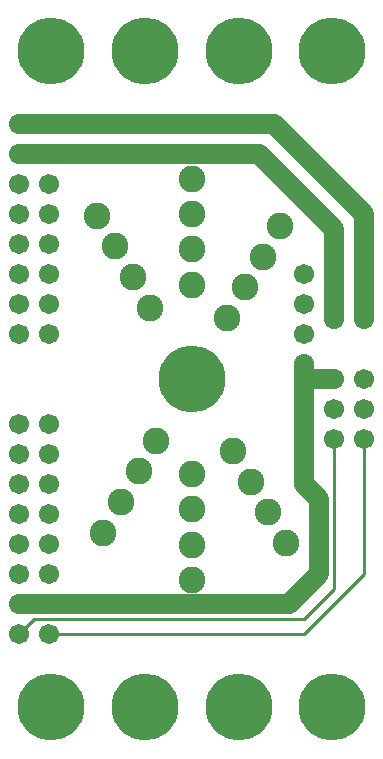
<source format=gtl>
%MOIN*%
%FSLAX25Y25*%
G04 D10 used for Character Trace; *
G04     Circle (OD=.01000) (No hole)*
G04 D11 used for Power Trace; *
G04     Circle (OD=.06700) (No hole)*
G04 D12 used for Signal Trace; *
G04     Circle (OD=.01100) (No hole)*
G04 D13 used for Via; *
G04     Circle (OD=.05800) (Round. Hole ID=.02800)*
G04 D14 used for Component hole; *
G04     Circle (OD=.06500) (Round. Hole ID=.03500)*
G04 D15 used for Component hole; *
G04     Circle (OD=.06700) (Round. Hole ID=.04300)*
G04 D16 used for Component hole; *
G04     Circle (OD=.08100) (Round. Hole ID=.05100)*
G04 D17 used for Component hole; *
G04     Circle (OD=.08900) (Round. Hole ID=.05900)*
G04 D18 used for Component hole; *
G04     Circle (OD=.11300) (Round. Hole ID=.08300)*
G04 D19 used for Component hole; *
G04     Circle (OD=.16000) (Round. Hole ID=.13000)*
G04 D20 used for Component hole; *
G04     Circle (OD=.18300) (Round. Hole ID=.15300)*
G04 D21 used for Component hole; *
G04     Circle (OD=.22291) (Round. Hole ID=.19291)*
%ADD10C,.01000*%
%ADD11C,.06700*%
%ADD12C,.01100*%
%ADD13C,.05800*%
%ADD14C,.06500*%
%ADD15C,.06700*%
%ADD16C,.08100*%
%ADD17C,.08900*%
%ADD18C,.11300*%
%ADD19C,.16000*%
%ADD20C,.18300*%
%ADD21C,.22291*%
%IPPOS*%
%LPD*%
G90*X0Y0D02*D21*X15625Y15625D03*D15*              
X15000Y40000D03*D12*X100000D01*X120000Y60000D01*  
Y105000D01*D15*D03*X110000Y115000D03*X120000D03*  
X110000Y105000D03*D12*Y55000D01*X100000Y45000D01* 
X10000D01*X5000Y40000D01*D15*D03*X15000Y50000D03* 
D11*X95000D01*X105000Y60000D01*Y85000D01*         
X100000Y90000D01*D15*D03*D11*Y100000D01*D15*D03*  
D11*Y110000D01*D15*D03*D11*Y120000D01*D15*D03*D11*
Y125000D01*X110000D01*D15*D03*X100000Y130000D03*  
D11*Y125000D01*D15*Y140000D03*X120000Y145000D03*  
D11*Y180000D01*X90000Y210000D01*X15000D01*D15*D03*
D11*X5000D01*D15*D03*X15000Y200000D03*D11*        
X85000D01*X110000Y175000D01*Y145000D01*D15*D03*   
X100000Y150000D03*Y160000D03*X120000Y125000D03*   
D17*X86122Y165915D03*X80217Y155686D03*            
X92028Y176143D03*X74311Y145457D03*                
X62500Y191929D03*Y180118D03*X76280Y101133D03*     
X62500Y168307D03*Y156496D03*D21*Y125000D03*D17*   
Y93504D03*X82185Y90905D03*X48720Y148867D03*       
X50689Y104543D03*X62500Y81693D03*X88091Y80676D03* 
X42815Y159095D03*X44783Y94314D03*X38878Y84085D03* 
X62500Y69882D03*X36909Y169324D03*X93996Y70447D03* 
X32972Y73857D03*X31004Y179553D03*X62500Y58071D03* 
D21*X109375Y234375D03*X78125D03*X46875D03*D11*    
X15000Y50000D02*X5000D01*D15*D03*X15000Y60000D03* 
X5000D03*X15000Y70000D03*X5000D03*X15000Y80000D03*
X5000D03*D21*X46875Y15625D03*D15*X15000Y90000D03* 
X5000D03*X15000Y100000D03*X5000D03*               
X15000Y110000D03*X5000D03*D21*X78125Y15625D03*D15*
X15000Y140000D03*X5000D03*X15000Y150000D03*       
X5000D03*D21*X109375Y15625D03*D15*                
X15000Y160000D03*X5000D03*X15000Y170000D03*       
X5000D03*X15000Y180000D03*X5000D03*               
X15000Y190000D03*X5000D03*D11*X15000Y200000D02*   
X5000D01*D15*D03*D21*X15625Y234375D03*M02*        

</source>
